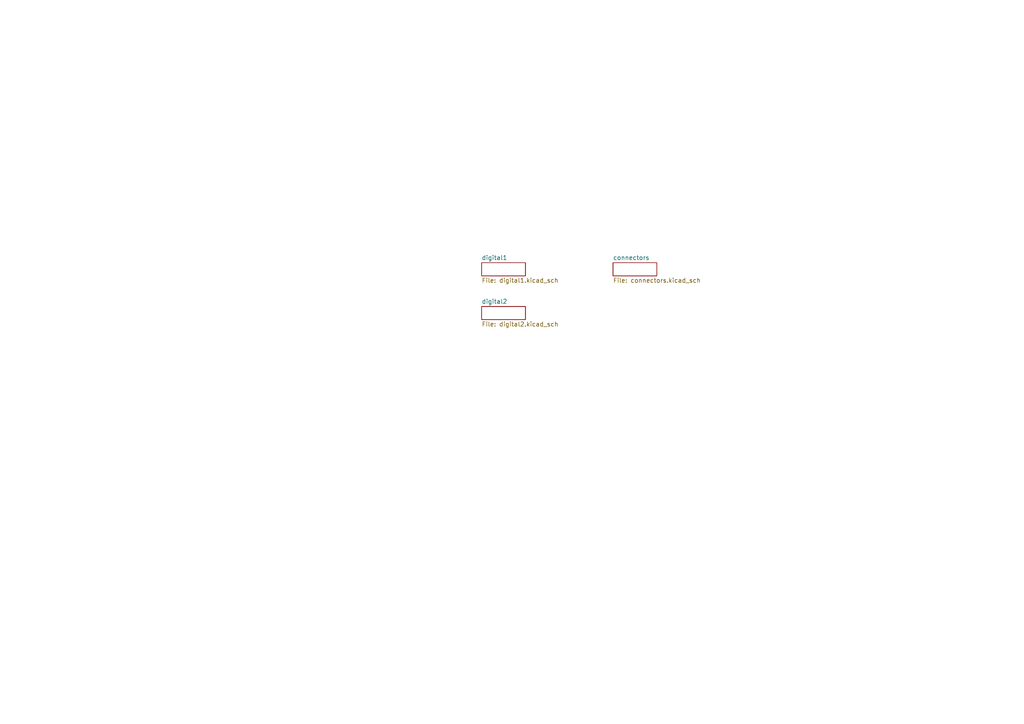
<source format=kicad_sch>
(kicad_sch (version 20230121) (generator eeschema)
  (paper "A4")
  (lib_symbols)
  (sheet (at 139.7 88.9) (size 12.7 3.81) (stroke (width 0.1524))
    (property "Sheetname" "digital2" (at 139.7 88.1884 0) (effects (justify left bottom)))
    (property "Sheetfile" "digital2.kicad_sch" (at 139.7 93.2946 0) (effects (justify left top)))
  )
  (sheet (at 177.8 76.2) (size 12.7 3.81) (stroke (width 0.1524))
    (property "Sheetname" "connectors" (at 177.8 75.4884 0) (effects (justify left bottom)))
    (property "Sheetfile" "connectors.kicad_sch" (at 177.8 80.5946 0) (effects (justify left top)))
  )
  (sheet (at 139.7 76.2) (size 12.7 3.81) (stroke (width 0.1524))
    (property "Sheetname" "digital1" (at 139.7 75.4884 0) (effects (justify left bottom)))
    (property "Sheetfile" "digital1.kicad_sch" (at 139.7 80.5946 0) (effects (justify left top)))
  )
)
</source>
